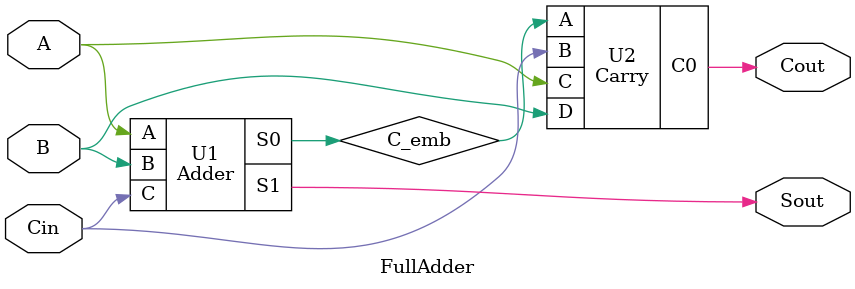
<source format=v>
`timescale 1ns / 1ps


module Adder(
	input A,
	input B,
	input C,
	output S0,
	output S1
);
	//Declaration of embedded signals for Adder module
	wire S_emb;
	//Define Operation for module Adder
	assign S_emb = A ^ B;
	assign S1 = S_emb ^ C;
	assign S0 = S_emb;
endmodule

module Carry(
	input A,
	input B,
	input C,
	input D,
	output C0
);
	//Declaration of embedded
	wire AB_emb, CD_emb;
//Define Operation for module Carry
	assign AB_emb = A & B;
	assign CD_emb = C & D;
	assign C0 = AB_emb | CD_emb;
	
endmodule

//Connect mdoules together
//////////////////////////////////////////////////////////////////////////////////
module FullAdder(
    input A,
    input B,
    input Cin,
    output Sout,
    output Cout
    );

	//Declaration of embedded signals fot TOP module(Full Adder)
	wire C_emb;
	//Connect things together (Instantianting)
	Adder U1 (A, B, Cin, C_emb, Sout);
	Carry U2 (C_emb, Cin, A, B, Cout);
	

endmodule

</source>
